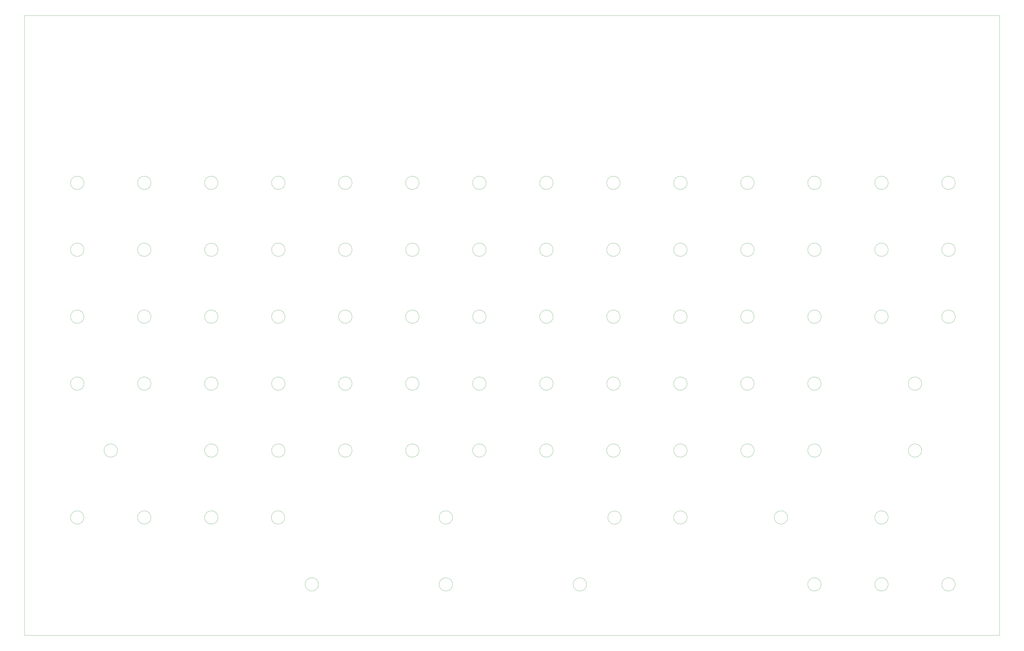
<source format=gbr>
G04 #@! TF.GenerationSoftware,KiCad,Pcbnew,(6.0.8)*
G04 #@! TF.CreationDate,2022-11-04T15:43:22-05:00*
G04 #@! TF.ProjectId,MIKey,4d494b65-792e-46b6-9963-61645f706362,rev?*
G04 #@! TF.SameCoordinates,Original*
G04 #@! TF.FileFunction,Profile,NP*
%FSLAX46Y46*%
G04 Gerber Fmt 4.6, Leading zero omitted, Abs format (unit mm)*
G04 Created by KiCad (PCBNEW (6.0.8)) date 2022-11-04 15:43:22*
%MOMM*%
%LPD*%
G01*
G04 APERTURE LIST*
G04 #@! TA.AperFunction,Profile*
%ADD10C,0.100000*%
G04 #@! TD*
G04 #@! TA.AperFunction,Profile*
%ADD11C,0.120000*%
G04 #@! TD*
G04 APERTURE END LIST*
D10*
X447109997Y-41350000D02*
X59109997Y-41350000D01*
X59109997Y-41350000D02*
X59109997Y-288350000D01*
X59109997Y-288350000D02*
X447109997Y-288350000D01*
X447109997Y-288350000D02*
X447109997Y-41350000D01*
D11*
G04 #@! TO.C,SEVEN1*
X269439997Y-134680000D02*
G75*
G03*
X269439997Y-134680000I-2650000J0D01*
G01*
G04 #@! TO.C,FOUR1*
X189429997Y-134680000D02*
G75*
G03*
X189429997Y-134680000I-2650000J0D01*
G01*
G04 #@! TO.C,F9*
X322779997Y-108010000D02*
G75*
G03*
X322779997Y-108010000I-2650000J0D01*
G01*
G04 #@! TO.C,L_CTRL1*
X82749997Y-241360000D02*
G75*
G03*
X82749997Y-241360000I-2650000J0D01*
G01*
G04 #@! TO.C,SEMI-COLON1*
X349449997Y-188020000D02*
G75*
G03*
X349449997Y-188020000I-2650000J0D01*
G01*
G04 #@! TO.C,R_SHIFT1*
X416124997Y-214690000D02*
G75*
G03*
X416124997Y-214690000I-2650000J0D01*
G01*
G04 #@! TO.C,F2*
X136089997Y-108010000D02*
G75*
G03*
X136089997Y-108010000I-2650000J0D01*
G01*
G04 #@! TO.C,F12*
X402789997Y-108010000D02*
G75*
G03*
X402789997Y-108010000I-2650000J0D01*
G01*
G04 #@! TO.C,COMMA/GTR_THN1*
X322779997Y-214690000D02*
G75*
G03*
X322779997Y-214690000I-2650000J0D01*
G01*
G04 #@! TO.C,SIX1*
X242769997Y-134680000D02*
G75*
G03*
X242769997Y-134680000I-2650000J0D01*
G01*
G04 #@! TO.C,O1*
X322779997Y-161350000D02*
G75*
G03*
X322779997Y-161350000I-2650000J0D01*
G01*
G04 #@! TO.C,TWO1*
X136089997Y-134680000D02*
G75*
G03*
X136089997Y-134680000I-2650000J0D01*
G01*
G04 #@! TO.C,L1*
X322779997Y-188020000D02*
G75*
G03*
X322779997Y-188020000I-2650000J0D01*
G01*
G04 #@! TO.C,WINDOWS1*
X109419997Y-241360000D02*
G75*
G03*
X109419997Y-241360000I-2650000J0D01*
G01*
G04 #@! TO.C,F1*
X109419997Y-108010000D02*
G75*
G03*
X109419997Y-108010000I-2650000J0D01*
G01*
G04 #@! TO.C,F6*
X242769997Y-108010000D02*
G75*
G03*
X242769997Y-108010000I-2650000J0D01*
G01*
G04 #@! TO.C,CAPSLOCK1*
X82749997Y-188020000D02*
G75*
G03*
X82749997Y-188020000I-2650000J0D01*
G01*
G04 #@! TO.C,S1*
X136089997Y-188020000D02*
G75*
G03*
X136089997Y-188020000I-2650000J0D01*
G01*
G04 #@! TO.C,F11*
X376119997Y-108010000D02*
G75*
G03*
X376119997Y-108010000I-2650000J0D01*
G01*
G04 #@! TO.C,]1*
X402789997Y-161350000D02*
G75*
G03*
X402789997Y-161350000I-2650000J0D01*
G01*
G04 #@! TO.C,RIGHT_ARROW1*
X429459997Y-268030000D02*
G75*
G03*
X429459997Y-268030000I-2650000J0D01*
G01*
G04 #@! TO.C,K1*
X296109997Y-188020000D02*
G75*
G03*
X296109997Y-188020000I-2650000J0D01*
G01*
G04 #@! TO.C,DOWN_ARROW1*
X402789997Y-268030000D02*
G75*
G03*
X402789997Y-268030000I-2650000J0D01*
G01*
G04 #@! TO.C,J1*
X269439997Y-188020000D02*
G75*
G03*
X269439997Y-188020000I-2650000J0D01*
G01*
G04 #@! TO.C,G1*
X216099997Y-188020000D02*
G75*
G03*
X216099997Y-188020000I-2650000J0D01*
G01*
G04 #@! TO.C,H1*
X242769997Y-188020000D02*
G75*
G03*
X242769997Y-188020000I-2650000J0D01*
G01*
G04 #@! TO.C,SPACE_BAR1*
X229434997Y-241360000D02*
G75*
G03*
X229434997Y-241360000I-2650000J0D01*
G01*
G04 #@! TO.C,U5*
X269439997Y-161350000D02*
G75*
G03*
X269439997Y-161350000I-2650000J0D01*
G01*
G04 #@! TO.C,L_SHIFT1*
X96084997Y-214690000D02*
G75*
G03*
X96084997Y-214690000I-2650000J0D01*
G01*
G04 #@! TO.C,APOSTROPHE1*
X376119997Y-188020000D02*
G75*
G03*
X376119997Y-188020000I-2650000J0D01*
G01*
G04 #@! TO.C,I1*
X296109997Y-161350000D02*
G75*
G03*
X296109997Y-161350000I-2650000J0D01*
G01*
G04 #@! TO.C,REF\u002A\u002A*
X162649997Y-241360000D02*
G75*
G03*
X162649997Y-241360000I-2650000J0D01*
G01*
G04 #@! TO.C,W1*
X136089997Y-161350000D02*
G75*
G03*
X136089997Y-161350000I-2650000J0D01*
G01*
G04 #@! TO.C,B1*
X242769997Y-214690000D02*
G75*
G03*
X242769997Y-214690000I-2650000J0D01*
G01*
G04 #@! TO.C,EQUALS1*
X402789997Y-134680000D02*
G75*
G03*
X402789997Y-134680000I-2650000J0D01*
G01*
G04 #@! TO.C,A1*
X109419997Y-188020000D02*
G75*
G03*
X109419997Y-188020000I-2650000J0D01*
G01*
G04 #@! TO.C,ZERO1*
X349449997Y-134680000D02*
G75*
G03*
X349449997Y-134680000I-2650000J0D01*
G01*
G04 #@! TO.C,EIGHT1*
X296109997Y-134680000D02*
G75*
G03*
X296109997Y-134680000I-2650000J0D01*
G01*
G04 #@! TO.C,F13*
X189429997Y-188020000D02*
G75*
G03*
X189429997Y-188020000I-2650000J0D01*
G01*
G04 #@! TO.C,TAB1*
X82749997Y-161350000D02*
G75*
G03*
X82749997Y-161350000I-2650000J0D01*
G01*
G04 #@! TO.C,MACRO_1*
X176094997Y-268030000D02*
G75*
G03*
X176094997Y-268030000I-2650000J0D01*
G01*
G04 #@! TO.C,PERIOD/LSS_THN1*
X349449997Y-214690000D02*
G75*
G03*
X349449997Y-214690000I-2650000J0D01*
G01*
G04 #@! TO.C,X1*
X162759997Y-214690000D02*
G75*
G03*
X162759997Y-214690000I-2650000J0D01*
G01*
G04 #@! TO.C,C1*
X189429997Y-214690000D02*
G75*
G03*
X189429997Y-214690000I-2650000J0D01*
G01*
G04 #@! TO.C,Y1*
X242769997Y-161350000D02*
G75*
G03*
X242769997Y-161350000I-2650000J0D01*
G01*
G04 #@! TO.C,F8*
X296109997Y-108010000D02*
G75*
G03*
X296109997Y-108010000I-2650000J0D01*
G01*
G04 #@! TO.C,D1*
X162759997Y-188020000D02*
G75*
G03*
X162759997Y-188020000I-2650000J0D01*
G01*
G04 #@! TO.C,MACRO_3*
X282774997Y-268030000D02*
G75*
G03*
X282774997Y-268030000I-2650000J0D01*
G01*
G04 #@! TO.C,BACKSPACE1*
X429459997Y-134680000D02*
G75*
G03*
X429459997Y-134680000I-2650000J0D01*
G01*
G04 #@! TO.C,T1*
X216099997Y-161350000D02*
G75*
G03*
X216099997Y-161350000I-2650000J0D01*
G01*
G04 #@! TO.C,MINUS1*
X376119997Y-134680000D02*
G75*
G03*
X376119997Y-134680000I-2650000J0D01*
G01*
G04 #@! TO.C,/1*
X376119997Y-214690000D02*
G75*
G03*
X376119997Y-214690000I-2650000J0D01*
G01*
G04 #@! TO.C,M1*
X296109997Y-214690000D02*
G75*
G03*
X296109997Y-214690000I-2650000J0D01*
G01*
G04 #@! TO.C,UP_ARROW1*
X402789997Y-241360000D02*
G75*
G03*
X402789997Y-241360000I-2650000J0D01*
G01*
G04 #@! TO.C,F7*
X269439997Y-108010000D02*
G75*
G03*
X269439997Y-108010000I-2650000J0D01*
G01*
G04 #@! TO.C,Z1*
X136089997Y-214690000D02*
G75*
G03*
X136089997Y-214690000I-2650000J0D01*
G01*
G04 #@! TO.C,MACRO_2*
X229434997Y-268030000D02*
G75*
G03*
X229434997Y-268030000I-2650000J0D01*
G01*
G04 #@! TO.C,F4*
X189429997Y-108010000D02*
G75*
G03*
X189429997Y-108010000I-2650000J0D01*
G01*
G04 #@! TO.C,Q1*
X109419997Y-161350000D02*
G75*
G03*
X109419997Y-161350000I-2650000J0D01*
G01*
G04 #@! TO.C,BACK_TICK/TILDE1*
X82749997Y-134680000D02*
G75*
G03*
X82749997Y-134680000I-2650000J0D01*
G01*
G04 #@! TO.C,NINE1*
X322779997Y-134680000D02*
G75*
G03*
X322779997Y-134680000I-2650000J0D01*
G01*
G04 #@! TO.C,N1*
X269439997Y-214690000D02*
G75*
G03*
X269439997Y-214690000I-2650000J0D01*
G01*
G04 #@! TO.C,THREE1*
X162759997Y-134680000D02*
G75*
G03*
X162759997Y-134680000I-2650000J0D01*
G01*
G04 #@! TO.C,ENTER1*
X416124997Y-188020000D02*
G75*
G03*
X416124997Y-188020000I-2650000J0D01*
G01*
G04 #@! TO.C,R2*
X189429997Y-161350000D02*
G75*
G03*
X189429997Y-161350000I-2650000J0D01*
G01*
G04 #@! TO.C,ONE1*
X109419997Y-134680000D02*
G75*
G03*
X109419997Y-134680000I-2650000J0D01*
G01*
G04 #@! TO.C,R_ALT1*
X322779997Y-241360000D02*
G75*
G03*
X322779997Y-241360000I-2650000J0D01*
G01*
G04 #@! TO.C,V1*
X216099997Y-214690000D02*
G75*
G03*
X216099997Y-214690000I-2650000J0D01*
G01*
G04 #@! TO.C,E1*
X162759997Y-161350000D02*
G75*
G03*
X162759997Y-161350000I-2650000J0D01*
G01*
G04 #@! TO.C,R_CTRL1*
X362784997Y-241360000D02*
G75*
G03*
X362784997Y-241360000I-2650000J0D01*
G01*
G04 #@! TO.C,F3*
X162759997Y-108010000D02*
G75*
G03*
X162759997Y-108010000I-2650000J0D01*
G01*
G04 #@! TO.C,[1*
X376119997Y-161350000D02*
G75*
G03*
X376119997Y-161350000I-2650000J0D01*
G01*
G04 #@! TO.C,DEL1*
X429459997Y-108010000D02*
G75*
G03*
X429459997Y-108010000I-2650000J0D01*
G01*
G04 #@! TO.C,\u005C1*
X429459997Y-161350000D02*
G75*
G03*
X429459997Y-161350000I-2650000J0D01*
G01*
G04 #@! TO.C,L_ALT1*
X136089997Y-241360000D02*
G75*
G03*
X136089997Y-241360000I-2650000J0D01*
G01*
G04 #@! TO.C,P1*
X349449997Y-161350000D02*
G75*
G03*
X349449997Y-161350000I-2650000J0D01*
G01*
G04 #@! TO.C,F10*
X349449997Y-108010000D02*
G75*
G03*
X349449997Y-108010000I-2650000J0D01*
G01*
G04 #@! TO.C,ESC1*
X82749997Y-108010000D02*
G75*
G03*
X82749997Y-108010000I-2650000J0D01*
G01*
G04 #@! TO.C,F5*
X216099997Y-108010000D02*
G75*
G03*
X216099997Y-108010000I-2650000J0D01*
G01*
G04 #@! TO.C,REF\u002A\u002A*
X296549997Y-241430000D02*
G75*
G03*
X296549997Y-241430000I-2650000J0D01*
G01*
G04 #@! TO.C,LEFT_ARROW1*
X376119997Y-268030000D02*
G75*
G03*
X376119997Y-268030000I-2650000J0D01*
G01*
G04 #@! TO.C,FIVE1*
X216099997Y-134680000D02*
G75*
G03*
X216099997Y-134680000I-2650000J0D01*
G01*
G04 #@! TD*
M02*

</source>
